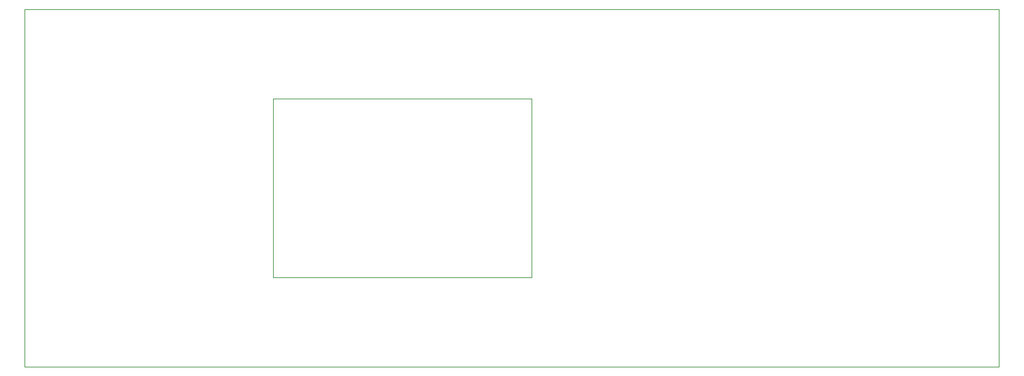
<source format=gm1>
G04 #@! TF.GenerationSoftware,KiCad,Pcbnew,(6.0.0-0)*
G04 #@! TF.CreationDate,2023-09-24T20:44:22+01:00*
G04 #@! TF.ProjectId,main-board,6d61696e-2d62-46f6-9172-642e6b696361,rev?*
G04 #@! TF.SameCoordinates,Original*
G04 #@! TF.FileFunction,Profile,NP*
%FSLAX46Y46*%
G04 Gerber Fmt 4.6, Leading zero omitted, Abs format (unit mm)*
G04 Created by KiCad (PCBNEW (6.0.0-0)) date 2023-09-24 20:44:22*
%MOMM*%
%LPD*%
G01*
G04 APERTURE LIST*
G04 #@! TA.AperFunction,Profile*
%ADD10C,0.100000*%
G04 #@! TD*
G04 APERTURE END LIST*
D10*
X82550000Y-29210000D02*
X49530000Y-29210000D01*
X49530000Y-29210000D02*
X49530000Y-52070000D01*
X49530000Y-52070000D02*
X82550000Y-52070000D01*
X82550000Y-52070000D02*
X82550000Y-29210000D01*
X17780000Y-17780000D02*
X142240000Y-17780000D01*
X142240000Y-17780000D02*
X142240000Y-63500000D01*
X142240000Y-63500000D02*
X17780000Y-63500000D01*
X17780000Y-63500000D02*
X17780000Y-17780000D01*
M02*

</source>
